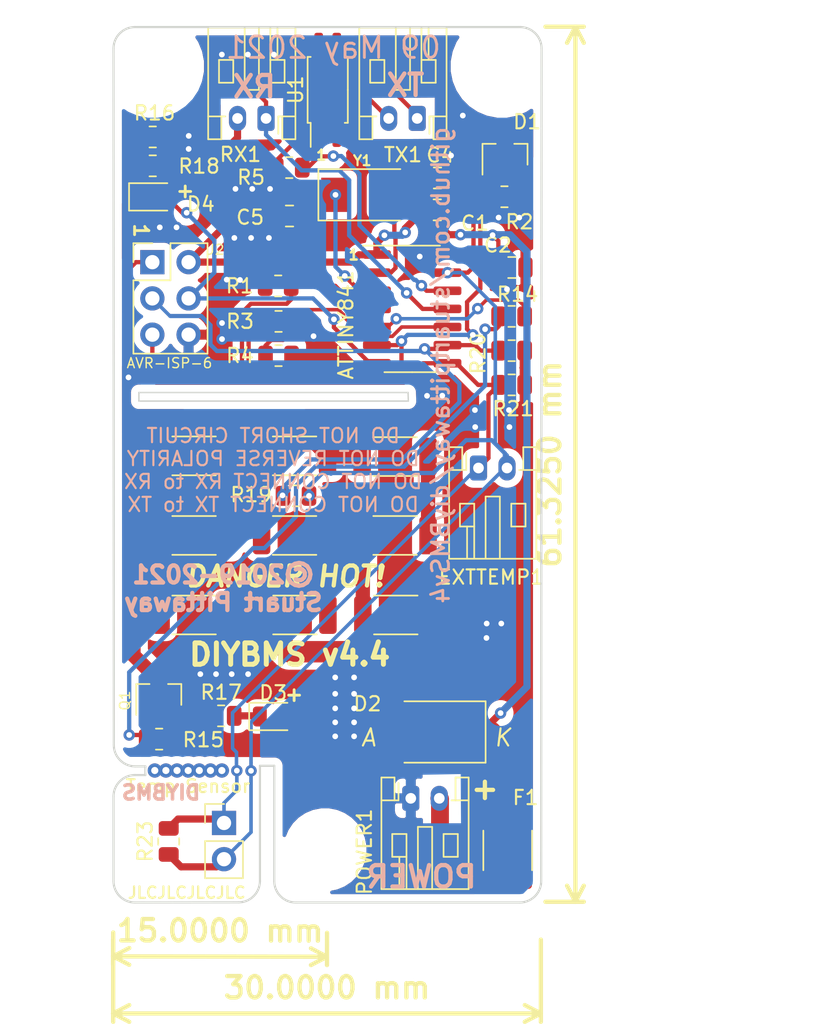
<source format=kicad_pcb>
(kicad_pcb (version 20240108) (generator "pcbnew") (generator_version "8.0")
  (layers (0 "F.Cu" signal) (31 "B.Cu" signal) (34 "B.Paste" user) (35 "F.Paste" user) (36 "B.SilkS" user "B.Silkscreen") (37 "F.SilkS" user "F.Silkscreen") (38 "B.Mask" user) (39 "F.Mask" user) (44 "Edge.Cuts" user))
  (net 0 "")
  (net 1 "GND")
  (net 2 "VCC")
  (net 3 "RXD0")
  (net 4 "ENABLE")
  (net 5 "Net-(R5-Pad1)")
  (net 6 "TXD0")
  (net 7 "Net-(R6-Pad2)")
  (net 8 "Net-(Q1-Pad3)")
  (net 9 "Net-(D3-Pad1)")
  (net 10 "Net-(D4-Pad1)")
  (net 11 "DUMP_LOAD_ENABLE")
  (net 12 "Net-(TX1-Pad1)")
  (net 13 "Net-(TX1-Pad2)")
  (net 14 "Net-(ATTINY841-Pad2)")
  (net 15 "Net-(ATTINY841-Pad3)")
  (net 16 "Net-(ATTINY841-Pad4)")
  (net 17 "Net-(ATTINY841-Pad7)")
  (net 18 "Net-(R22-Pad2)")
  (net 19 "Net-(R24-Pad2)")
  (net 20 "Net-(F1-Pad2)")
  (net 21 "Net-(Q1-Pad1)")
  (net 22 "Net-(ATTINY841-Pad10)")
  (net 23 "VREF")
  (net 24 "SCK")
  (net 25 "MISO")
  (net 26 "Net-(R25-Pad2)")
  (net 27 "Net-(R26-Pad2)")
  (net 28 "Net-(R12-Pad1)")
  (footprint "Package_SO:SOP-4_4.4x2.6mm_P1.27mm" (layer "F.Cu") (at 116.9426 52.3876 90)
    (property "Reference" "U1")
    (property "Value" "EL3H7(B)(TA)-G")
  )
  (footprint "Connector_JST:JST_PH_S2B-PH-K_1x02_P2.00mm_Horizontal" (layer "F.Cu") (at 112.6176 54.3876 180)
    (property "Reference" "RX1")
    (property "Value" "RX Connector")
  )
  (footprint "Mounting_Holes:MountingHole_3.2mm_M3" (layer "F.Cu") (at 104.6676 50.7376)
    (property "Reference" "REF**" (hide yes))
    (property "Value" "MountingHole_3.2mm_M3" (hide yes))
  )
  (footprint "Mounting_Holes:MountingHole_3.2mm_M3" (layer "F.Cu") (at 129.1676 50.7376)
    (property "Reference" "REF**" (hide yes))
    (property "Value" "MountingHole_3.2mm_M3" (hide yes))
  )
  (footprint "Resistor_SMD:R_0805_2012Metric" (layer "F.Cu") (at 104.6676 55.6876 180)
    (property "Reference" "R16")
    (property "Value" "2.2KOHMS")
  )
  (footprint "Resistor_SMD:R_0805_2012Metric" (layer "F.Cu") (at 114.7176 80.8376 180)
    (property "Reference" "R19")
    (property "Value" "CMFB103F3950FANT")
  )
  (footprint "Connector_JST:JST_PH_S2B-PH-K_1x02_P2.00mm_Horizontal" (layer "F.Cu") (at 127.5176 78.8876)
    (property "Reference" "EXTTEMP1")
    (property "Value" "Ext Temp Sensor")
  )
  (footprint "Connector_JST:JST_PH_S2B-PH-K_1x02_P2.00mm_Horizontal" (layer "F.Cu") (at 123.2176 54.3876 180)
    (property "Reference" "TX1")
    (property "Value" "TX Connector")
  )
  (footprint "TO_SOT_Packages_SMD:SOT-23" (layer "F.Cu") (at 105.0926 94.7876 90)
    (property "Reference" "Q1")
    (property "Value" "AO3400A")
  )
  (footprint "LED_SMD:LED_0805_2012Metric" (layer "F.Cu") (at 104.6926 59.8876)
    (property "Reference" "D4")
    (property "Value" "Blue")
  )
  (footprint "LED_SMD:LED_0805_2012Metric" (layer "F.Cu") (at 113.1176 96.3026)
    (property "Reference" "D3")
    (property "Value" "Red")
  )
  (footprint "Package_SO:SOIC-14_3.9x8.7mm_P1.27mm" (layer "F.Cu") (at 122.8676 67.7376)
    (property "Reference" "ATTINY841")
    (property "Value" "ATtiny841-SSU")
  )
  (footprint "Resistor_SMD:R_0805_2012Metric" (layer "F.Cu") (at 129.8426 73.0626)
    (property "Reference" "R21")
    (property "Value" "10KOHMS")
  )
  (footprint "Resistor_SMD:R_0805_2012Metric" (layer "F.Cu") (at 109.4676 96.2576)
    (property "Reference" "R17")
    (property "Value" "2.2KOHMS")
  )
  (footprint "Resistor_SMD:R_0805_2012Metric" (layer "F.Cu") (at 104.6676 57.7126 180)
    (property "Reference" "R18")
    (property "Value" "2.2KOHMS")
  )
  (footprint "Resistor_SMD:R_0805_2012Metric" (layer "F.Cu") (at 114.2426 57.8376)
    (property "Reference" "R5")
    (property "Value" "220 OHMS")
  )
  (footprint "Resistor_SMD:R_0805_2012Metric" (layer "F.Cu") (at 129.8426 70.6626)
    (property "Reference" "R20")
    (property "Value" "10KOHMS")
  )
  (footprint "Package_TO_SOT_SMD:SOT-23" (layer "F.Cu") (at 129.3776 56.9276 90)
    (property "Reference" "D1")
    (property "Value" "AZ432ANTR-E1")
  )
  (footprint "Capacitor_SMD:C_0805_2012Metric" (layer "F.Cu") (at 124.6426 58.5626)
    (property "Reference" "C4")
    (property "Value" "22pF")
  )
  (footprint "Capacitor_SMD:C_0805_2012Metric" (layer "F.Cu") (at 114.2626 61.2276 180)
    (property "Reference" "C5")
    (property "Value" "22pF")
  )
  (footprint "Capacitor_SMD:C_0805_2012Metric" (layer "F.Cu") (at 124.6276 60.7976)
    (property "Reference" "C1")
    (property "Value" "100nF")
  )
  (footprint "Resistor_SMD:R_0805_2012Metric" (layer "F.Cu") (at 129.8426 68.2626)
    (property "Reference" "R14")
    (property "Value" "510OHMS")
  )
  (footprint "Resistor_SMD:R_0805_2012Metric" (layer "F.Cu") (at 113.4926 71.0126)
    (property "Reference" "R4")
    (property "Value" "2.7K")
  )
  (footprint "Resistor_SMD:R_0805_2012Metric" (layer "F.Cu") (at 129.3376 59.8776)
    (property "Reference" "R2")
    (property "Value" "1KOHMS")
  )
  (footprint "Resistor_SMD:R_0805_2012Metric" (layer "F.Cu") (at 113.4926 68.6126)
    (property "Reference" "R3")
    (property "Value" "6.8K")
  )
  (footprint "Resistor_SMD:R_0805_2012Metric" (layer "F.Cu") (at 113.4676 66.1276)
    (property "Reference" "R1")
    (property "Value" "10KOHMS")
  )
  (footprint "Fuse:Fuse_1812_4532Metric" (layer "F.Cu") (at 129.5676 105.6876 -90)
    (property "Reference" "F1")
    (property "Value" "mSMD150")
  )
  (footprint "Resistor_SMD:R_0805_2012Metric" (layer "F.Cu") (at 105.1176 97.8876)
    (property "Reference" "R15")
    (property "Value" "10KOHMS")
  )
  (footprint "Capacitor_SMD:C_0805_2012Metric" (layer "F.Cu") (at 129.8626 64.8376)
    (property "Reference" "C2")
    (property "Value" "1uF")
  )
  (footprint "Resistor_SMD:R_0805_2012Metric" (layer "F.Cu") (at 105.7876 105.0576 90)
    (property "Reference" "R23")
    (property "Value" "CMFB103F3950FANT")
  )
  (footprint "Diode_SMD:D_SMB" (layer "F.Cu") (at 124.4676 97.3876 180)
    (property "Reference" "D2")
    (property "Value" "SMBJ5.0A")
  )
  (footprint "Connector_PinHeader_2.54mm:PinHeader_1x02_P2.54mm_Vertical" (layer "F.Cu") (at 109.6676 103.7626)
    (property "Reference" "REMOTE1" (hide yes))
    (property "Value" "Ext Temp Sensor")
  )
  (footprint "Connector_JST:JST_PH_S2B-PH-K_1x02_P2.00mm_Horizontal" (layer "F.Cu") (at 122.7676 102.0376)
    (property "Reference" "POWER1")
    (property "Value" "Battery")
  )
  (footprint "Mounting_Holes:MountingHole_3.2mm_M3" (layer "F.Cu") (at 116.7576 105.6376)
    (property "Reference" "REF**" (hide yes))
    (property "Value" "MountingHole_3.2mm_M3" (hide yes))
  )
  (footprint "Pin_Headers:Pin_Header_Straight_2x03_Pitch2.54mm" (layer "F.Cu") (at 104.6426 64.4626)
    (property "Reference" "J2")
    (property "Value" "AVR-ISP-6")
  )
  (footprint "Crystals:Crystal_SMD_5032-2pin_5.0x3.2mm" (layer "F.Cu") (at 119.3376 59.7426)
    (property "Reference" "Y1")
    (property "Value" "8MHZ Ceramic Resonator")
  )
  (footprint "Resistor_SMD:R_2010_5025Metric" (layer "F.Cu") (at 107.5676 89.1876 180)
    (property "Reference" "R6" (hide yes))
    (property "Value" "3.3OHM 3/4W")
  )
  (footprint "Resistor_SMD:R_2010_5025Metric" (layer "F.Cu") (at 107.5676 83.6126)
    (property "Reference" "R8" (hide yes))
    (property "Value" "3.3OHM 3/4W")
  )
  (footprint "Resistor_SMD:R_2010_5025Metric" (layer "F.Cu") (at 107.5676 78.0376 180)
    (property "Reference" "R12" (hide yes))
    (property "Value" "3.3OHM 3/4W")
  )
  (footprint "Resistor_SMD:R_2010_5025Metric" (layer "F.Cu") (at 114.6426 89.1876)
    (property "Reference" "R22" (hide yes))
    (property "Value" "3.3OHM 3/4W")
  )
  (footprint "Resistor_SMD:R_2010_5025Metric" (layer "F.Cu") (at 121.7176 89.1876 180)
    (property "Reference" "R24" (hide yes))
    (property "Value" "3.3OHM 3/4W")
  )
  (footprint "Resistor_SMD:R_2010_5025Metric" (layer "F.Cu") (at 114.6176 83.6126 180)
    (property "Reference" "R25" (hide yes))
    (property "Value" "3.3OHM 3/4W")
  )
  (footprint "Resistor_SMD:R_2010_5025Metric" (layer "F.Cu") (at 121.6676 83.6126)
    (property "Reference" "R26" (hide yes))
    (property "Value" "3.3OHM 3/4W")
  )
  (footprint "Resistor_SMD:R_2010_5025Metric" (layer "F.Cu") (at 114.6176 78.0376)
    (property "Reference" "R29" (hide yes))
    (property "Value" "3.3OHM 3/4W")
  )
  (footprint "Resistor_SMD:R_2010_5025Metric" (layer "F.Cu") (at 121.6676 78.0876 180)
    (property "Reference" "R30" (hide yes))
    (property "Value" "3.3OHM 3/4W")
  )
  (gr_line (start 103.4176 47.9876) (end 130.4426 47.9876) (stroke (width 0.15)) (layer "Edge.Cuts"))
  (gr_line (start 131.9426 49.4876) (end 131.9176 107.8376) (stroke (width 0.15)) (layer "Edge.Cuts"))
  (gr_line (start 130.4176 109.3376) (end 114.6926 109.3376) (stroke (width 0.15)) (layer "Edge.Cuts"))
  (gr_arc (start 101.9176 49.4876) (mid 102.35694 48.42694) (end 103.4176 47.9876) (stroke (width 0.15)) (layer "Edge.Cuts"))
  (gr_arc (start 103.4176 109.3376) (mid 102.35694 108.89826) (end 101.9176 107.8376) (stroke (width 0.15)) (layer "Edge.Cuts"))
  (gr_arc (start 131.9176 107.8376) (mid 131.47826 108.89826) (end 130.4176 109.3376) (stroke (width 0.15)) (layer "Edge.Cuts"))
  (gr_line (start 116.7976 74.1976) (end 103.6976 74.1976) (stroke (width 0.1)) (layer "Edge.Cuts"))
  (gr_line (start 122.5976 74.1976) (end 116.7976 74.1976) (stroke (width 0.1)) (layer "Edge.Cuts"))
  (gr_line (start 122.5776 73.5976) (end 122.5976 74.1976) (stroke (width 0.1)) (layer "Edge.Cuts"))
  (gr_line (start 101.9376 98.2976) (end 101.9176 49.4876) (stroke (width 0.15)) (layer "Edge.Cuts"))
  (gr_line (start 112.1876 99.7576) (end 113.1926 99.7576) (stroke (width 0.15)) (layer "Edge.Cuts"))
  (gr_line (start 112.1876 107.8276) (end 112.1876 99.7576) (stroke (width 0.15)) (layer "Edge.Cuts"))
  (gr_arc (start 114.6926 109.3376) (mid 113.63194 108.89826) (end 113.1926 107.8376) (stroke (width 0.15)) (layer "Edge.Cuts"))
  (gr_arc (start 112.1876 107.8276) (mid 111.74826 108.88826) (end 110.6876 109.3276) (stroke (width 0.15)) (layer "Edge.Cuts"))
  (gr_line (start 110.6876 109.3276) (end 103.4176 109.3376) (stroke (width 0.15)) (layer "Edge.Cuts"))
  (gr_arc (start 101.9176 101.9076) (mid 102.35694 100.84694) (end 103.4176 100.4076) (stroke (width 0.15)) (layer "Edge.Cuts"))
  (gr_arc (start 103.4376 99.7976) (mid 102.37694 99.35826) (end 101.9376 98.2976) (stroke (width 0.15)) (layer "Edge.Cuts"))
  (gr_line (start 101.9176 107.8376) (end 101.9176 101.9076) (stroke (width 0.15)) (layer "Edge.Cuts"))
  (gr_line (start 104.1476 100.4076) (end 104.1476 99.7976) (stroke (width 0.15)) (layer "Edge.Cuts"))
  (gr_line (start 104.1476 100.4076) (end 103.4176 100.4076) (stroke (width 0.15)) (layer "Edge.Cuts"))
  (gr_line (start 113.1926 99.7576) (end 113.1926 107.8376) (stroke (width 0.15)) (layer "Edge.Cuts"))
  (gr_line (start 103.6976 73.5976) (end 122.5776 73.5976) (stroke (width 0.1)) (layer "Edge.Cuts"))
  (gr_arc (start 130.4426 47.9876) (mid 131.50326 48.42694) (end 131.9426 49.4876) (stroke (width 0.15)) (layer "Edge.Cuts"))
  (gr_line (start 104.1476 99.7976) (end 103.4376 99.7976) (stroke (width 0.15)) (layer "Edge.Cuts"))
  (gr_line (start 103.6976 74.1976) (end 103.6976 73.5976) (stroke (width 0.1)) (layer "Edge.Cuts"))
  (gr_text "©2019-2021\nStuart Pittaway" (at 109.6176 87.3376 0) (layer "B.SilkS") (effects (font (size 1.2 1.2) (thickness 0.3)) (justify mirror)))
  (gr_text "github.com/stuartpittaway/diyBMSv4" (at 124.8676 71.6876 90) (layer "B.SilkS") (effects (font (size 1.2 1.2) (thickness 0.2)) (justify mirror)))
  (gr_text "09 May 2021" (at 109.6676 49.4276 0) (layer "B.SilkS") (effects (font (size 1.5 1.5) (thickness 0.2)) (justify right mirror)))
  (gr_text "RX" (at 111.7926 52.1626 0) (layer "B.SilkS") (effects (font (size 1.5 1.5) (thickness 0.3)) (justify mirror)))
  (gr_text "TX" (at 122.3926 52.0626 0) (layer "B.SilkS") (effects (font (size 1.5 1.5) (thickness 0.3)) (justify mirror)))
  (gr_text "POWER" (at 123.5176 107.5376 0) (layer "B.SilkS") (effects (font (size 1.5 1.5) (thickness 0.3)) (justify mirror)))
  (gr_text "DO NOT SHORT CIRCUIT\nDO NOT REVERSE POLARITY\nDO NOT CONNECT RX to RX\nDO NOT CONNECT TX to TX" (at 113.1176 79.0376 0) (layer "B.SilkS") (effects (font (size 1 1)) (justify mirror)))
  (gr_text "DIYBMS" (at 102.3676 101.6376 0) (layer "B.SilkS") (effects (font (size 1 1) (thickness 0.25)) (justify right mirror)))
  (gr_text "1" (at 103.8476 62.2476 270) (layer "F.SilkS") (effects (font (size 1 1) (thickness 0.2))))
  (gr_text "DANGER HOT!" (at 113.9676 86.4876 0) (layer "F.SilkS") (effects (font (size 1.4 1.4) (thickness 0.3) (italic yes))))
  (gr_text "1" (at 116.4926 56.9626 0) (layer "F.SilkS") (effects (font (size 0.7 0.7) (thickness 0.175))))
  (gr_text "DIYBMS v4.4" (at 121.5076 91.9676 0) (layer "F.SilkS") (effects (font (size 1.5 1.5) (thickness 0.35)) (justify right)))
  (gr_text "1" (at 118.7676 63.9626 0) (layer "F.SilkS") (effects (font (size 0.7 0.7) (thickness 0.175))))
  (gr_text "JLCJLCJLCJLC" (at 111.2676 108.6476 0) (layer "F.SilkS") (effects (font (size 0.8 0.8)) (justify right)))
  (gr_text "Temp Sensor" (at 102.6926 101.1876 0) (layer "F.SilkS") (effects (font (size 0.9 0.9)) (justify left)))
  (gr_text "+" (at 107.0176 59.5076 270) (layer "F.SilkS") (effects (font (size 1 1) (thickness 0.2))))
  (gr_text "+" (at 114.6576 94.8076 270) (layer "F.SilkS") (effects (font (size 1 1) (thickness 0.2))))
  (gr_text "A" (at 119.8176 97.7876 0) (layer "F.SilkS") (effects (font (size 1.2 1.2) (thickness 0.15) (italic yes))))
  (gr_text "K" (at 129.2376 97.7876 0) (layer "F.SilkS") (effects (font (size 1.2 1.2) (thickness 0.15) (italic yes))))
  (gr_text "+" (at 127.9676 101.3376 0) (layer "F.SilkS") (effects (font (size 1.5 1.5) (thickness 0.3))))
  (dimension (type aligned) (layer "F.SilkS") (pts (xy 131.8926 111.9376) (xy 101.8926 111.9376)) (height -5.175) (gr_text "30.0000 mm" (at 116.8926 115.3126 0) (layer "F.SilkS") (effects (font (size 1.5 1.5) (thickness 0.3)))) (format (prefix "") (suffix "") (units 3) (units_format 1) (precision 4)) (style (thickness 0.3) (arrow_length 1.27) (text_position_mode 0) (extension_height 0.58642) (extension_offset 0) keep_text_aligned))
  (dimension (type aligned) (layer "F.SilkS") (pts (xy 132.2176 109.2876) (xy 132.2176 47.9626)) (height 2.1) (gr_text "61.3250 mm" (at 132.5176 78.6251 90) (layer "F.SilkS") (effects (font (size 1.5 1.5) (thickness 0.3)))) (format (prefix "") (suffix "") (units 3) (units_format 1) (precision 4)) (style (thickness 0.3) (arrow_length 1.27) (text_position_mode 0) (extension_height 0.58642) (extension_offset 0) keep_text_aligned))
  (dimension (type aligned) (layer "F.SilkS") (pts (xy 116.895392 111.462602) (xy 101.895392 111.437602)) (height -1.675) (gr_text "15.0000 mm" (at 109.3956 111.325102 -0.09549287744) (layer "F.SilkS") (effects (font (size 1.5 1.5) (thickness 0.3)))) (format (prefix "") (suffix "") (units 3) (units_format 1) (precision 4)) (style (thickness 0.3) (arrow_length 1.27) (text_position_mode 0) (extension_height 0.58642) (extension_offset 0) keep_text_aligned))
  (via (at 104.810933 100.0876) (size 1) (drill 0.5) (layers "F.Cu" "B.Cu") (net 0))
  (via (at 105.592044 100.0876) (size 1) (drill 0.5) (layers "F.Cu" "B.Cu") (net 0))
  (via (at 106.373155 100.0876) (size 1) (drill 0.5) (layers "F.Cu" "B.Cu") (net 0))
  (via (at 107.154266 100.0876) (size 1) (drill 0.5) (layers "F.Cu" "B.Cu") (net 0))
  (via (at 107.935377 100.0876) (size 1) (drill 0.5) (layers "F.Cu" "B.Cu") (net 0))
  (via (at 108.7176 100.0876) (size 1) (drill 0.5) (layers "F.Cu" "B.Cu") (net 0))
  (via (at 109.5176 100.0876) (size 1) (drill 0.5) (layers "F.Cu" "B.Cu") (net 0))
  (segment (start 106.0301 97.8876) (end 106.0301 95.8001) (width 0.5) (layer "F.Cu") (net 1))
  (segment (start 117.5676 55.5526) (end 117.5826 55.5376) (width 0.3) (layer "F.Cu") (net 1))
  (segment (start 105.5801 55.6876) (end 105.5801 57.7126) (width 0.3) (layer "F.Cu") (net 1))
  (segment (start 106.0301 95.8001) (end 106.0426 95.7876) (width 0.5) (layer "F.Cu") (net 1))
  (via (at 113.1676 49.9126) (size 0.8) (drill 0.4) (layers "F.Cu" "B.Cu") (net 1))
  (via (at 111.6476 59.3276) (size 0.8) (drill 0.4) (layers "F.Cu" "B.Cu") (net 1))
  (via (at 112.8976 59.3276) (size 0.8) (drill 0.4) (layers "F.Cu" "B.Cu") (net 1))
  (via (at 107.1926 55.6126) (size 0.8) (drill 0.4) (layers "F.Cu" "B.Cu") (net 1))
  (via (at 110.4726 59.3276) (size 0.8) (drill 0.4) (layers "F.Cu" "B.Cu") (net 1))
  (via (at 123.9076 73.8276) (size 0.8) (drill 0.4) (layers "F.Cu" "B.Cu") (net 1))
  (via (at 127.2876 76.0176) (size 0.8) (drill 0.4) (layers "F.Cu" "B.Cu") (net 1))
  (via (at 129.6576 74.8276) (size 0.8) (drill 0.4) (layers "F.Cu" "B.Cu") (net 1))
  (via (at 128.0926 89.7876) (size 0.8) (drill 0.4) (layers "F.Cu" "B.Cu") (net 1))
  (via (at 128.0776 90.7976) (size 0.8) (drill 0.4) (layers "F.Cu" "B.Cu") (net 1))
  (via (at 129.1176 89.7876) (size 0.8) (drill 0.4) (layers "F.Cu" "B.Cu") (net 1))
  (via (at 117.4676 97.6926) (size 0.8) (drill 0.4) (layers "F.Cu" "B.Cu") (net 1))
  (via (at 117.4676 96.7126) (size 0.8) (drill 0.4) (layers "F.Cu" "B.Cu") (net 1))
  (via (at 108.0076 93.3326) (size 0.8) (drill 0.4) (layers "F.Cu" "B.Cu") (net 1))
  (via (at 109.1076 93.3326) (size 0.8) (drill 0.4) (layers "F.Cu" "B.Cu") (net 1))
  (via (at 110.2076 93.3326) (size 0.8) (drill 0.4) (layers "F.Cu" "B.Cu") (net 1))
  (via (at 111.3576 93.3326) (size 0.8) (drill 0.4) (layers "F.Cu" "B.Cu") (net 1))
  (via (at 117.4676 95.7326) (size 0.8) (drill 0.4) (layers "F.Cu" "B.Cu") (net 1))
  (via (at 118.7926 96.7126) (size 0.8) (drill 0.4) (layers "F.Cu" "B.Cu") (net 1))
  (via (at 118.7926 97.6926) (size 0.8) (drill 0.4) (layers "F.Cu" "B.Cu") (net 1))
  (via (at 118.7926 95.7326) (size 0.8) (drill 0.4) (layers "F.Cu" "B.Cu") (net 1))
  (via (at 111.5676 62.7626) (size 0.8) (drill 0.4) (layers "F.Cu" "B.Cu") (net 1))
  (via (at 112.8176 62.7626) (size 0.8) (drill 0.4) (layers "F.Cu" "B.Cu") (net 1))
  (via (at 110.3926 62.7626) (size 0.8) (drill 0.4) (layers "F.Cu" "B.Cu") (net 1))
  (via (at 109.5276 69.8526) (size 0.8) (drill 0.4) (layers "F.Cu" "B.Cu") (net 1))
  (via (at 109.5276 68.7276) (size 0.8) (drill 0.4) (layers "F.Cu" "B.Cu") (net 1))
  (via (at 125.5926 56.9876) (size 0.8) (drill 0.4) (layers "F.Cu" "B.Cu") (net 1))
  (via (at 111.3426 49.9126) (size 0.8) (drill 0.4) (layers "F.Cu" "B.Cu") (net 1))
  (via (at 109.5176 49.9126) (size 0.8) (drill 0.4) (layers "F.Cu" "B.Cu") (net 1))
  (via (at 107.1876 56.5276) (size 0.8) (drill 0.4) (layers "F.Cu" "B.Cu") (net 1))
  (via (at 105.1626 62.0226) (size 0.8) (drill 0.4) (layers "F.Cu" "B.Cu") (net 1))
  (via (at 106.3376 62.0226) (size 0.8) (drill 0.4) (layers "F.Cu" "B.Cu") (net 1))
  (via (at 115.9476 69.6476) (size 0.8) (drill 0.4) (layers "F.Cu" "B.Cu") (net 1))
  (via (at 110.7876 65.7076) (size 0.8) (drill 0.4) (layers "F.Cu" "B.Cu") (net 1))
  (via (at 109.8576 65.6876) (size 0.8) (drill 0.4) (layers "F.Cu" "B.Cu") (net 1))
  (via (at 124.9776 73.8176) (size 0.8) (drill 0.4) (layers "F.Cu" "B.Cu") (net 1))
  (via (at 102.9676 72.5376) (size 0.8) (drill 0.4) (layers "F.Cu" "B.Cu") (net 1))
  (via (at 117.4676 94.7126) (size 0.8) (drill 0.4) (layers "F.Cu" "B.Cu") (net 1))
  (via (at 118.7926 94.7126) (size 0.8) (drill 0.4) (layers "F.Cu" "B.Cu") (net 1))
  (via (at 117.4676 93.5626) (size 0.8) (drill 0.4) (layers "F.Cu" "B.Cu") (net 1))
  (via (at 118.7926 93.5626) (size 0.8) (drill 0.4) (layers "F.Cu" "B.Cu") (net 1))
  (via (at 127.2676 74.8276) (size 0.8) (drill 0.4) (layers "F.Cu" "B.Cu") (net 1))
  (via (at 123.3976 64.0676) (size 0.8) (drill 0.4) (layers "F.Cu" "B.Cu") (net 1))
  (via (at 129.6876 76.0176) (size 0.8) (drill 0.4) (layers "F.Cu" "B.Cu") (net 1))
  (via (at 129.5176 66.3576) (size 0.8) (drill 0.4) (layers "F.Cu" "B.Cu") (net 1))
  (via (at 126.4176 54.1876) (size 0.8) (drill 0.4) (layers "F.Cu" "B.Cu") (net 1))
  (via (at 128.9276 61.3376) (size 0.8) (drill 0.4) (layers "F.Cu" "B.Cu") (net 1))
  (via (at 130.3776 61.3376) (size 0.8) (drill 0.4) (layers "F.Cu" "B.Cu") (net 1))
  (segment (start 120.1676 63.9276) (end 120.3926 63.9276) (width 0.5) (layer "F.Cu") (net 2))
  (segment (start 108.384681 64.4626) (end 107.1826 64.4626) (width 0.3) (layer "F.Cu") (net 2))
  (segment (start 110.6176 55.7376) (end 110.6176 54.3876) (width 0.5) (layer "F.Cu") (net 2))
  (segment (start 124.0301 89.1876) (end 124.1676 89.3251) (width 1.5) (layer "F.Cu") (net 2))
  (segment (start 123.6776 60.7976) (end 125.4176 62.5376) (width 0.5) (layer "F.Cu") (net 2))
  (segment (start 125.4176 62.5376) (end 126.2576 62.5376) (width 0.5) (layer "F.Cu") (net 2))
  (segment (start 122.94259 91.76261) (end 114.24261 91.76261) (width 1.5) (layer "F.Cu") (net 2))
  (segment (start 128.3676 97.3876) (end 126.6176 97.3876) (width 1.5) (layer "F.Cu") (net 2))
  (segment (start 128.9126 62.9726) (end 128.5076 62.5676) (width 0.3) (layer "F.Cu") (net 2))
  (segment (start 123.6776 60.7976) (end 122.3776 62.0976) (width 0.5) (layer "F.Cu") (net 2))
  (segment (start 128.9126 64.8376) (end 128.9126 62.9726) (width 0.3) (layer "F.Cu") (net 2))
  (segment (start 112.5551 66.1276) (end 112.5551 64.5601) (width 0.3) (layer "F.Cu") (net 2))
  (segment (start 129.5676 98.5876) (end 128.3676 97.3876) (width 1.5) (layer "F.Cu") (net 2))
  (segment (start 124.1676 93.0626) (end 126.6426 95.5376) (width 1.5) (layer "F.Cu") (net 2))
  (segment (start 126.6176 97.3876) (end 127.7426 97.3876) (width 0.5) (layer "F.Cu") (net 2))
  (segment (start 122.3776 62.0976) (end 122.3776 62.3776) (width 0.5) (layer "F.Cu") (net 2))
  (segment (start 120.3926 63.102588) (end 120.917588 62.5776) (width 0.5) (layer "F.Cu") (net 2))
  (segment (start 124.1676 89.3251) (end 124.1676 93.0626) (width 1.5) (layer "F.Cu") (net 2))
  (segment (start 126.6176 98.7876) (end 126.6176 97.3876) (width 0.3) (layer "F.Cu") (net 2))
  (segment (start 119.4676 98.8876) (end 120.2176 99.6376) (width 0.3) (layer "F.Cu") (net 2))
  (segment (start 107.1826 64.4626) (end 107.6576 63.9876) (width 0.5) (layer "F.Cu") (net 2))
  (segment (start 120.3726 63.9476) (end 119.1276 63.9476) (width 0.5) (layer "F.Cu") (net 2))
  (segment (start 124.0301 89.1876) (end 124.0301 90.6751) (width 1.5) (layer "F.Cu") (net 2))
  (segment (start 120.2176 99.6376) (end 125.7676 99.6376) (width 0.3) (layer "F.Cu") (net 2))
  (segment (start 127.7426 97.3876) (end 129.0676 96.0626) (width 0.5) (layer "F.Cu") (net 2))
  (segment (start 120.3926 63.9276) (end 120.3926 63.102588) (width 0.5) (layer "F.Cu") (net 2))
  (segment (start 109.5176 62.1276) (end 109.5176 56.8376) (width 0.5) (layer "F.Cu") (net 2))
  (segment (start 120.3926 63.9276) (end 120.3726 63.9476) (width 0.5) (layer "F.Cu") (net 2))
  (segment (start 117.1176 98.8876) (end 119.4676 98.8876) (width 0.3) (layer "F.Cu") (net 2))
  (segment (start 107.1876 64.4576) (end 107.1826 64.4626) (width 0.5) (layer "F.Cu") (net 2))
  (segment (start 125.7676 99.6376) (end 126.6176 98.7876) (width 0.3) (layer "F.Cu") (net 2))
  (segment (start 112.5551 64.5601) (end 112.6576 64.4576) (width 0.3) (layer "F.Cu") (net 2))
  (segment (start 114.0551 96.3026) (end 114.5326 96.3026) (width 0.3) (layer "F.Cu") (net 2))
  (segment (start 118.6176 64.4576) (end 112.6576 64.4576) (width 0.5) (layer "F.Cu") (net 2))
  (segment (start 112.3301 89.1876) (end 109.8801 89.1876) (width 1.5) (layer "F.Cu") (net 2))
  (segment (start 114.24261 91.76261) (end 112.3301 89.8501) (width 1.5) (layer "F.Cu") (net 2))
  (segment (start 112.6576 64.4576) (end 107.1876 64.4576) (width 0.5) (layer "F.Cu") (net 2))
  (segment (start 109.5176 56.8376) (end 110.6176 55.7376) (width 0.5) (layer "F.Cu") (net 2))
  (segment (start 112.3301 89.8501) (end 112.3301 89.1876) (width 1.5) (layer "F.Cu") (net 2))
  (segment (start 119.1276 63.9476) (end 118.6176 64.4576) (width 0.5) (layer "F.Cu") (net 2))
  (segment (start 126.6426 97.3626) (end 126.6176 97.3876) (width 1.5) (layer "F.Cu") (net 2))
  (segment (start 114.5326 96.3026) (end 117.1176 98.8876) (width 0.3) (layer "F.Cu") (net 2))
  (segment (start 107.1826 64.4626) (end 109.5176 62.1276) (width 0.5) (layer "F.Cu") (net 2))
  (segment (start 126.6426 95.5376) (end 126.6426 97.3626) (width 1.5) (layer "F.Cu") (net 2))
  (segment (start 129.5676 103.5501) (end 129.5676 98.5876) (width 1.5) (layer "F.Cu") (net 2))
  (segment (start 124.0301 90.6751) (end 122.94259 91.76261) (width 1.5) (layer "F.Cu") (net 2))
  (via (at 128.5076 62.5676) (size 0.8) (drill 0.4) (layers "F.Cu" "B.Cu") (net 2))
  (via (at 129.0676 96.0626) (size 0.8) (drill 0.4) (layers "F.Cu" "B.Cu") (net 2))
  (via (at 120.917588 62.5776) (size 0.8) (drill 0.4) (layers "F.Cu" "B.Cu") (net 2))
  (via (at 122.3776 62.3776) (size 0.8) (drill 0.4) (layers "F.Cu" "B.Cu") (net 2))
  (via (at 126.2576 62.5376) (size 0.8) (drill 0.4) (layers "F.Cu" "B.Cu") (net 2))
  (segment (start 129.0676 96.0626) (end 130.9176 94.2126) (width 0.5) (layer "B.Cu") (net 2))
  (segment (start 126.2176 62.5776) (end 126.2576 62.5376) (width 0.5) (layer "B.Cu") (net 2))
  (segment (start 122.1776 62.5776) (end 122.3776 62.3776) (width 0.5) (layer "B.Cu") (net 2))
  (segment (start 130.9176 94.2126) (end 130.9176 63.7176) (width 0.5) (layer "B.Cu") (net 2))
  (segment (start 129.7376 62.5376) (end 126.2576 62.5376) (width 0.5) (layer "B.Cu") (net 2))
  (segment (start 120.917588 62.5776) (end 122.1776 62.5776) (width 0.5) (layer "B.Cu") (net 2))
  (segment (start 130.9176 63.7176) (end 129.7376 62.5376) (width 0.5) (layer "B.Cu") (net 2))
  (segment (start 112.0676 52.6876) (end 108.2176 52.6876) (width 0.3) (layer "F.Cu") (net 3))
  (segment (start 108.2176 52.6876) (end 106.3676 54.5376) (width 0.3) (layer "F.Cu") (net 3))
  (segment (start 106.3676 54.5376) (end 104.2051 54.5376) (width 0.3) (layer "F.Cu") (net 3))
  (segment (start 125.5676 67.7376) (end 123.5976 67.7376) (width 0.3) (layer "F.Cu") (net 3))
  (segment (start 112.6176 54.3876) (end 112.6176 53.2376) (width 0.3) (layer "F.Cu") (net 3))
  (segment (start 104.2051 54.5376) (end 103.7551 54.9876) (width 0.3) (layer "F.Cu") (net 3))
  (segment (start 123.5976 67.7376) (end 122.4776 66.6176) (width 0.3) (layer "F.Cu") (net 3))
  (segment (start 112.6176 53.2376) (end 112.0676 52.6876) (width 0.3) (layer "F.Cu") (net 3))
  (segment (start 103.7551 54.9876) (end 103.7551 55.6876) (width 0.3) (layer "F.Cu") (net 3))
  (via (at 122.4776 66.6176) (size 0.8) (drill 0.4) (layers "F.Cu" "B.Cu") (net 3))
  (segment (start 117.7576 58.0276) (end 118.4476 58.7176) (width 0.3) (layer "B.Cu") (net 3))
  (segment (start 112.6176 55.5376) (end 115.1076 58.0276) (width 0.3) (layer "B.Cu") (net 3))
  (segment (start 115.1076 58.0276) (end 117.7576 58.0276) (width 0.3) (layer "B.Cu") (net 3))
  (segment (start 118.4476 58.7176) (end 118.4476 62.5876) (width 0.3) (layer "B.Cu") (net 3))
  (segment (start 118.4476 62.5876) (end 122.4776 66.6176) (width 0.3) (layer "B.Cu") (net 3))
  (segment (start 112.6176 54.3876) (end 112.6176 55.5376) (width 0.3) (layer "B.Cu") (net 3))
  (segment (start 127.9126 59.8776) (end 127.6476 60.1426) (width 0.3) (layer "F.Cu") (net 4))
  (segment (start 112.7426 68.6126) (end 112.1926 68.6126) (width 0.3) (layer "F.Cu") (net 4))
  (segment (start 112.5801 68.6126) (end 112.0676 68.6126) (width 0.3) (layer "F.Cu") (net 4))
  (segment (start 120.3926 70.2776) (end 121.82759 70.2776) (width 0.3) (layer "F.Cu") (net 4))
  (segment (start 112.0676 68.6126) (end 111.3926 69.2876) (width 0.3) (layer "F.Cu") (net 4))
  (segment (start 121.6476 72.4576) (end 122.1176 71.9876) (width 0.3) (layer "F.Cu") (net 4))
  (segment (start 127.6476 66.321598) (end 126.717601 67.251597) (width 0.3) (layer "F.Cu") (net 4))
  (segment (start 126.717601 67.251597) (end 126.717601 69.157601) (width 0.3) (layer "F.Cu") (net 4))
  (segment (start 111.3926 72.2376) (end 111.6126 72.4576) (width 0.3) (layer "F.Cu") (net 4))
  (segment (start 121.82759 70.2776) (end 122.1176 69.98759) (width 0.3) (layer "F.Cu") (net 4))
  (segment (start 111.6126 72.4576) (end 121.6476 72.4576) (width 0.3) (layer "F.Cu") (net 4))
  (segment (start 128.4251 59.8776) (end 127.9126 59.8776) (width 0.3) (layer "F.Cu") (net 4))
  (segment (start 127.6476 60.1426) (end 127.6476 66.321598) (width 0.3) (layer "F.Cu") (net 4))
  (segment (start 111.3926 69.2876) (end 111.3926 72.2376) (width 0.3) (layer "F.Cu") (net 4))
  (segment (start 122.1176 71.9876) (end 122.1176 69.98759) (width 0.3) (layer "F.Cu") (net 4))
  (segment (start 126.717601 69.157601) (end 127.1176 69.5576) (width 0.3) (layer "F.Cu") (net 4))
  (via (at 127.1176 69.5576) (size 0.8) (drill 0.4) (layers "F.Cu" "B.Cu") (net 4))
  (via (at 122.1176 69.98759) (size 0.8) (drill 0.4) (layers "F.Cu" "B.Cu") (net 4))
  (segment (start 127.1176 69.5576) (end 122.54759 69.5576) (width 0.3) (layer "B.Cu") (net 4))
  (segment (start 122.54759 69.5576) (end 122.1176 69.98759) (width 0.3) (layer "B.Cu") (net 4))
  (segment (start 116.3026 55.5376) (end 115.1426 55.5376) (width 0.3) (layer "F.Cu") (net 5))
  (segment (start 115.1426 55.5376) (end 113.3301 57.3501) (width 0.3) (layer "F.Cu") (net 5))
  (segment (start 113.3301 57.3501) (end 113.3301 57.8376) (width 0.3) (layer "F.Cu") (net 5))
  (segment (start 115.1551 57.8376) (end 115.5476 57.8376) (width 0.3) (layer "F.Cu") (net 6))
  (segment (start 117.3176 57.0476) (end 117.3376 57.0276) (width 0.3) (layer "F.Cu") (net 6))
  (segment (start 125.5676 66.4676) (end 125.361915 66.4676) (width 0.3) (layer "F.Cu") (net 6))
  (segment (start 115.5476 57.8376) (end 116.3376 57.0476) (width 0.3) (layer "F.Cu") (net 6))
  (segment (start 125.3426 66.4676) (end 123.8776 66.4676) (width 0.3) (layer "F.Cu") (net 6))
  (segment (start 116.3376 57.0476) (end 117.3176 57.0476) (width 0.3) (layer "F.Cu") (net 6))
  (segment (start 123.8776 66.4676) (end 123.5176 66.1076) (width 0.3) (layer "F.Cu") (net 6))
  (via (at 117.3376 57.0276) (size 0.8) (drill 0.4) (layers "F.Cu" "B.Cu") (net 6))
  (via (at 123.5176 66.1076) (size 0.8) (drill 0.4) (layers "F.Cu" "B.Cu") (net 6))
  (segment (start 117.904011 57.0276) (end 117.3376 57.0276) (width 0.3) (layer "B.Cu") (net 6))
  (segment (start 123.011585 65.707601) (end 119.167599 61.863615) (width 0.3) (layer "B.Cu") (net 6))
  (segment (start 123.5176 66.1076) (end 123.117601 65.707601) (width 0.3) (layer "B.Cu") (net 6))
  (segment (start 123.117601 65.707601) (end 123.011585 65.707601) (width 0.3) (layer "B.Cu") (net 6))
  (segment (start 119.167599 58.291188) (end 117.904011 57.0276) (width 0.3) (layer "B.Cu") (net 6))
  (segment (start 119.167599 61.863615) (end 119.167599 58.291188) (width 0.3) (layer "B.Cu") (net 6))
  (segment (start 105.2551 83.6126) (end 105.2551 89.1876) (width 1) (layer "F.Cu") (net 7))
  (segment (start 114.60509 75.71259) (end 107.58011 75.71259) (width 1) (layer "F.Cu") (net 8))
  (segment (start 119.3551 78.0876) (end 116.9801 78.0876) (width 1) (layer "F.Cu") (net 8))
  (segment (start 103.3176 92.0126) (end 105.0926 93.7876) (width 1) (layer "F.Cu") (net 8))
  (segment (start 107.58011 75.71259) (end 105.8676 77.4251) (width 1) (layer "F.Cu") (net 8))
  (segment (start 105.8676 77.4251) (end 105.2551 78.0376) (width 1) (layer "F.Cu") (net 8))
  (segment (start 116.9301 78.0376) (end 114.60509 75.71259) (width 1) (layer "F.Cu") (net 8))
  (segment (start 105.2551 78.0376) (end 103.3176 79.9751) (width 1) (layer "F.Cu") (net 8))
  (segment (start 108.5551 96.2576) (end 108.5551 96.0751) (width 0.5) (layer "F.Cu") (net 8))
  (segment (start 108.5551 96.0751) (end 106.2676 93.7876) (width 0.5) (layer "F.Cu") (net 8))
  (segment (start 116.9801 78.0876) (end 116.9301 78.0376) (width 1) (layer "F.Cu") (net 8))
  (segment (start 106.2676 93.7876) (end 105.0926 93.7876) (width 0.5) (layer "F.Cu") (net 8))
  (segment (start 103.3176 79.9751) (end 103.3176 92.0126) (width 1) (layer "F.Cu") (net 8))
  (segment (start 110.3801 96.2576) (end 112.1351 96.2576) (width 0.5) (layer "F.Cu") (net 9))
  (segment (start 112.1351 96.2576) (end 112.1801 96.3026) (width 0.5) (layer "F.Cu") (net 9))
  (segment (start 103.7551 57.7126) (end 103.7551 59.8876) (width 0.3) (layer "F.Cu") (net 10))
  (segment (start 128.062709 67.1176) (end 127.46285 67.717459) (width 0.25) (layer "F.Cu") (net 11))
  (segment (start 121.1676 69.0076) (end 121.7476 68.4276) (width 0.25) (layer "F.Cu") (net 11))
  (segment (start 120.1676 69.0076) (end 121.1676 69.0076) (width 0.25) (layer "F.Cu") (net 11))
  (segment (start 130.3101 67.1176) (end 128.062709 67.1176) (width 0.25) (layer "F.Cu") (net 11))
  (segment (start 130.7551 68.2626) (end 130.7551 67.5626) (width 0.25) (layer "F.Cu") (net 11))
  (segment (start 130.7551 67.5626) (end 130.3101 67.1176) (width 0.25) (layer "F.Cu") (net 11))
  (via (at 121.7476 68.4276) (size 0.8) (drill 0.4) (layers "F.Cu" "B.Cu") (net 11))
  (via (at 127.46285 67.717459) (size 0.8) (drill 0.4) (layers "F.Cu" "B.Cu") (net 11))
  (segment (start 121.7476 68.4276) (end 126.752709 68.4276) (width 0.25) (layer "B.Cu") (net 11))
  (segment (start 126.752709 68.4276) (end 127.46285 67.717459) (width 0.25) (layer "B.Cu") (net 11))
  (segment (start 123.2176 54.1376) (end 118.3176 49.2376) (width 0.3) (layer "F.Cu") (net 12))
  (segment (start 123.2176 54.3876) (end 123.2176 54.1376) (width 0.3) (layer "F.Cu") (net 12))
  (segment (start 118.3176 49.2376) (end 117.5826 49.2376) (width 0.3) (layer "F.Cu") (net 12))
  (segment (start 116.3026 50.5976) (end 116.3026 49.2376) (width 0.3) (layer "F.Cu") (net 13))
  (segment (start 121.2176 54.3876) (end 117.7676 50.9376) (width 0.3) (layer "F.Cu") (net 13))
  (segment (start 117.7676 50.9376) (end 116.6426 50.9376) (width 0.3) (layer "F.Cu") (net 13))
  (segment (start 116.6426 50.9376) (end 116.3026 50.5976) (width 0.3) (layer "F.Cu") (net 13))
  (segment (start 121.617598 62.713602) (end 121.697598 62.793602) (width 0.3) (layer "F.Cu") (net 14))
  (segment (start 123.6926 58.7126) (end 122.6626 59.7426) (width 0.3) (layer "F.Cu") (net 14))
  (segment (start 123.6926 58.5626) (end 123.6926 58.7126) (width 0.3) (layer "F.Cu") (net 14))
  (segment (start 121.3676 65.1976) (end 120.3926 65.1976) (width 0.3) (layer "F.Cu") (net 14))
  (segment (start 121.1876 61.2426) (end 121.617598 61.672598) (width 0.3) (layer "F.Cu") (net 14))
  (segment (start 121.697598 62.793602) (end 121.697598 64.867602) (width 0.3) (layer "F.Cu") (net 14))
  (segment (start 121.617598 61.672598) (end 121.617598 62.713602) (width 0.3) (layer "F.Cu") (net 14))
  (segment (start 122.6626 59.7426) (end 121.1876 59.7426) (width 0.3) (layer "F.Cu") (net 14))
  (segment (start 121.697598 64.867602) (end 121.3676 65.1976) (width 0.3) (layer "F.Cu") (net 14))
  (segment (start 121.1876 59.7426) (end 121.1876 61.2426) (width 0.3) (layer "F.Cu") (net 14))
  (segment (start 117.4876 59.9426) (end 117.4876 59.7426) (width 0.3) (layer "F.Cu") (net 15))
  (segment (start 120.3926 66.4676) (end 119.1776 66.4676) (width 0.3) (layer "F.Cu") (net 15))
  (segment (start 116.0026 61.2276) (end 116.0176 61.2426) (width 0.3) (layer "F.Cu") (net 15))
  (segment (start 119.1776 66.4676) (end 118.1376 65.4276) (width 0.3) (layer "F.Cu") (net 15))
  (segment (start 116.1876 61.2426) (end 117.4876 59.9426) (width 0.3) (layer "F.Cu") (net 15))
  (segment (start 116.0176 61.2426) (end 116.1876 61.2426) (width 0.3) (layer "F.Cu") (net 15))
  (segment (start 115.2126 61.2276) (end 116.0026 61.2276) (width 0.3) (layer "F.Cu") (net 15))
  (via (at 118.1376 65.4276) (size 0.8) (drill 0.4) (layers "F.Cu" "B.Cu") (net 15))
  (via (at 117.4876 59.7426) (size 0.8) (drill 0.4) (layers "F.Cu" "B.Cu") (net 15))
  (segment (start 117.4876 64.7776) (end 118.1376 65.4276) (width 0.3) (layer "B.Cu") (net 15))
  (segment (start 117.4876 59.7426) (end 117.4876 64.7776) (width 0.3) (layer "B.Cu") (net 15))
  (segment (start 104.6426 69.5426) (end 104.6426 71.9126) (width 0.3) (layer "F.Cu") (net 16))
  (segment (start 114.3801 67.0651) (end 114.3801 66.1276) (width 0.3) (layer "F.Cu") (net 16))
  (segment (start 104.6426 71.9126) (end 105.1176 72.3876) (width 0.3) (layer "F.Cu") (net 16))
  (segment (start 110.9276 71.9576) (end 110.9276 67.9976) (width 0.3) (layer "F.Cu") (net 16))
  (segment (start 114.0676 67.3776) (end 114.3801 67.0651) (width 0.3) (layer "F.Cu") (net 16))
  (segment (start 117.4776 66.1276) (end 118.9276 67.5776) (width 0.3) (layer "F.Cu") (net 16))
  (segment (start 110.4976 72.3876) (end 110.9276 71.9576) (width 0.3) (layer "F.Cu") (net 16))
  (segment (start 105.1176 72.3876) (end 110.4976 72.3876) (width 0.3) (layer "F.Cu") (net 16))
  (segment (start 110.9276 67.9976) (end 111.5476 67.3776) (width 0.3) (layer "F.Cu") (net 16))
  (segment (start 114.3801 66.1276) (end 117.4776 66.1276) (width 0.3) (layer "F.Cu") (net 16))
  (segment (start 120.0076 67.5776) (end 120.1676 67.7376) (width 0.3) (layer "F.Cu") (net 16))
  (segment (start 111.5476 67.3776) (end 114.0676 67.3776) (width 0.3) (layer "F.Cu") (net 16))
  (segment (start 118.9276 67.5776) (end 120.0076 67.5776) (width 0.3) (layer "F.Cu") (net 16))
  (segment (start 117.3776 69.033285) (end 117.3776 68.4676) (width 0.3) (layer "F.Cu") (net 17))
  (segment (start 119.891915 71.5476) (end 117.3776 69.033285) (width 0.3) (layer "F.Cu") (net 17))
  (segment (start 106.7401 60.9976) (end 107.0476 60.9976) (width 0.3) (layer "F.Cu") (net 17))
  (segment (start 120.1676 71.5476) (end 119.891915 71.5476) (width 0.3) (layer "F.Cu") (net 17))
  (segment (start 105.6301 59.8876) (end 106.7401 60.9976) (width 0.3) (layer "F.Cu") (net 17))
  (via (at 107.0476 60.9976) (size 0.8) (drill 0.4) (layers "F.Cu" "B.Cu") (net 17))
  (via (at 117.3776 68.4676) (size 0.8) (drill 0.4) (layers "F.Cu" "B.Cu") (net 17))
  (segment (start 108.9876 62.9376) (end 107.0476 60.9976) (width 0.3) (layer "B.Cu") (net 17))
  (segment (start 107.1826 67.0026) (end 115.9126 67.0026) (width 0.3) (layer "B.Cu") (net 17))
  (segment (start 115.9126 67.0026) (end 117.3776 68.4676) (width 0.3) (layer "B.Cu") (net 17))
  (segment (start 107.1826 67.0026) (end 108.9876 65.1976) (width 0.3) (layer "B.Cu") (net 17))
  (segment (start 108.9876 65.1976) (end 108.9876 62.9376) (width 0.3) (layer "B.Cu") (net 17))
  (segment (start 116.9301 89.1626) (end 116.9551 89.1876) (width 1) (layer "F.Cu") (net 18))
  (segment (start 116.9301 83.6126) (end 116.9301 89.1626) (width 1) (layer "F.Cu") (net 18))
  (segment (start 119.4051 83.6626) (end 119.3551 83.6126) (width 1) (layer "F.Cu") (net 19))
  (segment (start 119.4051 89.1876) (end 119.4051 83.6626) (width 1) (layer "F.Cu") (net 19))
  (segment (start 124.8176 104.4876) (end 124.8176 102.0876) (width 1.25) (layer "F.Cu") (net 20))
  (segment (start 124.8176 102.0876) (end 124.7676 102.0376) (width 1.25) (layer "F.Cu") (net 20))
  (segment (start 128.1551 107.8251) (end 124.8176 104.4876) (width 1.25) (layer "F.Cu") (net 20))
  (segment (start 129.5676 107.8251) (end 128.1551 107.8251) (width 1.25) (layer "F.Cu") (net 20))
  (segment (start 128.9301 68.9626) (end 128.734147 69.158553) (width 0.3) (layer "F.Cu") (net 21))
  (segment (start 104.2051 95.8501) (end 104.1426 95.7876) (width 0.5) (layer "F.Cu") (net 21))
  (segment (start 104.2051 97.8876) (end 104.2051 95.8501) (width 0.5) (layer "F.Cu") (net 21))
  (segment (start 103.0176 97.5976) (end 103.9151 97.5976) (width 0.3) (layer "F.Cu") (net 21))
  (segment (start 128.9301 68.2626) (end 128.9301 68.9626) (width 0.3) (layer "F.Cu") (net 21))
  (segment (start 103.9151 97.5976) (end 104.2051 97.8876) (width 0.3) (layer "F.Cu") (net 21))
  (segment (start 128.734147 69.158553) (end 127.979739 69.158553) (width 0.3) (layer "F.Cu") (net 21))
  (via (at 127.979739 69.158553) (size 0.8) (drill 0.4) (layers "F.Cu" "B.Cu") (net 21))
  (via (at 103.0176 97.5976) (size 0.8) (drill 0.4) (layers "F.Cu" "B.Cu") (net 21))
  (segment (start 122.304022 78.787589) (end 127.979739 73.111872) (width 0.3) (layer "B.Cu") (net 21))
  (segment (start 114.7176 80.8876) (end 114.7176 80.1376) (width 0.3) (layer "B.Cu") (net 21))
  (segment (start 127.979739 73.111872) (end 127.979739 69.724238) (width 0.3) (layer "B.Cu") (net 21))
  (segment (start 103.0176 97.5976) (end 103.0176 93.201596) (width 0.3) (layer "B.Cu") (net 21))
  (segment (start 103.0176 93.201596) (end 111.7176 84.501596) (width 0.3) (layer "B.Cu") (net 21))
  (segment (start 127.979739 69.724238) (end 127.979739 69.158553) (width 0.3) (layer "B.Cu") (net 21))
  (segment (start 111.7176 84.501596) (end 112.503604 84.501596) (width 0.3) (layer "B.Cu") (net 21))
  (segment (start 114.7176 82.2876) (end 114.7176 80.8876) (width 0.3) (layer "B.Cu") (net 21))
  (segment (start 114.7176 80.1376) (end 116.067611 78.787589) (width 0.3) (layer "B.Cu") (net 21))
  (segment (start 116.067611 78.787589) (end 122.304022 78.787589) (width 0.3) (layer "B.Cu") (net 21))
  (segment (start 112.503604 84.501596) (end 114.7176 82.2876) (width 0.3) (layer "B.Cu") (net 21))
  (segment (start 114.4051 67.9126) (end 114.4051 68.6126) (width 0.25) (layer "F.Cu") (net 22))
  (segment (start 112.5801 70.3126) (end 112.9801 69.9126) (width 0.3) (layer "F.Cu") (net 22))
  (segment (start 114.4051 69.3126) (end 114.4051 68.6126) (width 0.3) (layer "F.Cu") (net 22))
  (segment (start 112.9801 69.9126) (end 113.8051 69.9126) (width 0.3) (layer "F.Cu") (net 22))
  (segment (start 112.5801 71.0126) (end 112.5801 70.3126) (width 0.3) (layer "F.Cu") (net 22))
  (segment (start 118.052601 68.263599) (end 118.052601 68.143599) (width 0.25) (layer "F.Cu") (net 22))
  (segment (start 113.8051 69.9126) (end 114.4051 69.3126) (width 0.3) (layer "F.Cu") (net 22))
  (segment (start 117.701601 67.792599) (end 114.525101 67.792599) (width 0.25) (layer "F.Cu") (net 22))
  (segment (start 122.128588 69.0076) (end 121.478588 69.6576) (width 0.25) (layer "F.Cu") (net 22))
  (segment (start 118.052601 68.143599) (end 117.701601 67.792599) (width 0.25) (layer "F.Cu") (net 22))
  (segment (start 119.446602 69.6576) (end 118.052601 68.263599) (width 0.25) (layer "F.Cu") (net 22))
  (segment (start 121.478588 69.6576) (end 119.446602 69.6576) (width 0.25) (layer "F.Cu") (net 22))
  (segment (start 125.5676 69.0076) (end 122.128588 69.0076) (width 0.25) (layer "F.Cu") (net 22))
  (segment (start 114.525101 67.792599) (end 114.4051 67.9126) (width 0.25) (layer "F.Cu") (net 22))
  (segment (start 125.3426 65.1976) (end 126.7676 65.1976) (width 0.3) (layer "F.Cu") (net 23))
  (segment (start 106.6551 106.8376) (end 109.1326 106.8376) (width 0.5) (layer "F.Cu") (net 23))
  (segment (start 130.3276 57.9276) (end 130.3276 59.8001) (width 0.3) (layer "F.Cu") (net 23))
  (segment (start 105.7876 105.9701) (end 106.6551 106.8376) (width 0.5) (layer "F.Cu") (net 23))
  (segment (start 127.1676 64.7976) (end 127.1676 58.4876) (width 0.3) (layer "F.Cu") (net 23))
  (segment (start 125.5676 65.1976) (end 125.001188 65.1976) (width 0.3) (layer "F.Cu") (net 23))
  (segment (start 127.7276 57.9276) (end 128.4276 57.9276) (width 0.3) (layer "F.Cu") (net 23))
  (segment (start 109.1326 106.8376) (end 109.6676 106.3026) (width 0.5) (layer "F.Cu") (net 23))
  (segment (start 126.7676 65.1976) (end 127.1676 64.7976) (width 0.3) (layer "F.Cu") (net 23))
  (segment (start 127.1676 58.4876) (end 127.7276 57.9276) (width 0.3) (layer "F.Cu") (net 23))
  (segment (start 130.3276 59.8001) (end 130.2501 59.8776) (width 0.3) (layer "F.Cu") (net 23))
  (segment (start 128.4276 57.9276) (end 130.3276 57.9276) (width 0.3) (layer "F.Cu") (net 23))
  (via (at 111.562588 100.1076) (size 0.8) (drill 0.4) (layers "F.Cu" "B.Cu") (net 23))
  (via (at 115.6301 80.837586) (size 0.8) (drill 0.4) (layers "F.Cu" "B.Cu") (net 23))
  (via (at 125.3426 65.1976) (size 0.8) (drill 0.4) (layers "F.Cu" "B.Cu") (net 23))
  (segment (start 129.3676 77.8576) (end 129.3676 78.8876) (width 0.3) (layer "B.Cu") (net 23))
  (segment (start 109.6676 106.3026) (end 111.562588 104.407612) (width 0.25) (layer "B.Cu") (net 23))
  (segment (start 116.5676 79.2376) (end 115.6301 80.1751) (width 0.3) (layer "B.Cu") (net 23))
  (segment (start 129.5176 78.8876) (end 129.5176 77.9876) (width 0.25) (layer "B.Cu") (net 23))
  (segment (start 124.3476 79.2376) (end 117.2176 79.2376) (width 0.3) (layer "B.Cu") (net 23))
  (segment (start 117.230086 79.2376) (end 116.5676 79.2376) (width 0.3) (layer "B.Cu") (net 23))
  (segment (start 126.6576 76.9376) (end 128.4476 76.9376) (width 0.3) (layer "B.Cu") (net 23))
  (segment (start 126.6476 76.9376) (end 124.3476 79.2376) (width 0.3) (layer "B.Cu") (net 23))
  (segment (start 128.4476 76.9376) (end 129.3676 77.8576) (width 0.3) (layer "B.Cu") (net 23))
  (segment (start 111.562588 99.541915) (end 111.562588 100.1076) (width 0.25) (layer "B.Cu") (net 23))
  (segment (start 111.562588 104.407612) (end 111.562588 100.1076) (width 0.25) (layer "B.Cu") (net 23))
  (segment (start 129.5176 77.9876) (end 128.6976 77.1676) (width 0.25) (layer "B.Cu") (net 23))
  (segment (start 111.562588 96.692612) (end 111.562588 99.541915) (width 0.25) (layer "B.Cu") (net 23))
  (segment (start 128.6976 77.1676) (end 128.6976 67.5776) (width 0.25) (layer "B.Cu") (net 23))
  (segment (start 128.6976 67.5776) (end 126.3176 65.1976) (width 0.25) (layer "B.Cu") (net 23))
  (segment (start 115.6301 80.1751) (end 115.6301 80.837586) (width 0.3) (layer "B.Cu") (net 23))
  (segment (start 129.5176 78.8876) (end 129.3676 78.8876) (width 0.25) (layer "B.Cu") (net 23))
  (segment (start 126.3176 65.1976) (end 125.3426 65.1976) (width 0.25) (layer "B.Cu") (net 23))
  (segment (start 129.3676 78.8876) (end 111.562588 96.692612) (width 0.25) (layer "B.Cu") (net 23))
  (segment (start 117.2176 79.2376) (end 117.1676 79.2876) (width 0.3) (layer "B.Cu") (net 23))
  (segment (start 126.133257 70.2776) (end 125.567584 70.2776) (width 0.3) (layer "F.Cu") (net 24))
  (segment (start 127.6676 70.6626) (end 128.9301 70.6626) (width 0.3) (layer "F.Cu") (net 24))
  (segment (start 125.307584 70.5376) (end 123.7376 70.5376) (width 0.3) (layer "F.Cu") (net 24))
  (segment (start 125.567584 70.2776) (end 125.307584 70.5376) (width 0.3) (layer "F.Cu") (net 24))
  (segment (start 125.567584 70.2776) (end 127.2826 70.2776) (width 0.3) (layer "F.Cu") (net 24))
  (segment (start 127.2826 70.2776) (end 127.6676 70.6626) (width 0.3) (layer "F.Cu") (net 24))
  (via (at 123.7376 70.5376) (size 0.8) (drill 0.4) (layers "F.Cu" "B.Cu") (net 24))
  (via (at 113.773366 80.805866) (size 0.8) (drill 0.4) (layers "F.Cu" "B.Cu") (net 24))
  (segment (start 114.117414 80.311817) (end 114.205091 80.399494) (width 0.3) (layer "B.Cu") (net 24))
  (segment (start 108.7176 70.2376) (end 109.1676 70.6876) (width 0.3) (layer "B.Cu") (net 24))
  (segment (start 123.5876 70.6876) (end 123.7376 70.5376) (width 0.3) (layer "B.Cu") (net 24))
  (segment (start 114.205091 80.437593) (end 113.836818 80.805866) (width 0.3) (layer "B.Cu") (net 24))
  (segment (start 109.1676 70.6876) (end 123.5876 70.6876) (width 0.3) (layer "B.Cu") (net 24))
  (segment (start 105.9176 68.2376) (end 105.8776 68.2376) (width 0.25) (layer "B.Cu") (net 24))
  (segment (start 113.773366 80.281834) (end 115.7676 78.2876) (width 0.3) (layer "B.Cu") (net 24))
  (segment (start 104.6426 67.0026) (end 105.2826 67.0026) (width 0.3) (layer "B.Cu") (net 24))
  (segment (start 113.8051 80.8376) (end 113.8051 80.413689) (width 0.3) (layer "B.Cu") (net 24))
  (segment (start 124.137599 70.937599) (end 123.7376 70.5376) (width 0.3) (layer "B.Cu") (net 24))
  (segment (start 113.773366 80.805866) (end 113.773366 80.281834) (width 0.3) (layer "B.Cu") (net 24))
  (segment (start 105.9176 68.2376) (end 108.073601 68.2376) (width 0.3) (layer "B.Cu") (net 24))
  (segment (start 115.7676 78.2876) (end 122.1676 78.2876) (width 0.3) (layer "B.Cu") (net 24))
  (segment (start 108.7176 68.881599) (end 108.7176 70.2376) (width 0.3) (layer "B.Cu") (net 24))
  (segment (start 105.8776 68.2376) (end 104.6426 67.0026) (width 0.25) (layer "B.Cu") (net 24))
  (segment (start 126.1776 74.2776) (end 126.1776 72.9776) (width 0.3) (layer "B.Cu") (net 24))
  (segment (start 113.836818 80.805866) (end 113.773366 80.805866) (width 0.3) (layer "B.Cu") (net 24))
  (segment (start 122.1676 78.2876) (end 126.1776 74.2776) (width 0.3) (layer "B.Cu") (net 24))
  (segment (start 126.1776 72.9776) (end 124.137599 70.937599) (width 0.3) (layer "B.Cu") (net 24))
  (segment (start 108.073601 68.2376) (end 108.7176 68.881599) (width 0.3) (layer "B.Cu") (net 24))
  (segment (start 109.3926 103.4876) (end 109.6676 103.7626) (width 0.5) (layer "F.Cu") (net 25))
  (segment (start 127.4926 73.0626) (end 128.9301 73.0626) (width 0.3) (layer "F.Cu") (net 25))
  (segment (start 123.6376 71.5476) (end 125.9776 71.5476) (width 0.3) (layer "F.Cu") (net 25))
  (segment (start 128.2176 78.1876) (end 127.5176 78.8876) (width 0.3) (layer "F.Cu") (net 25))
  (segment (start 128.2176 73.7751) (end 128.2176 78.1876) (width 0.3) (layer "F.Cu") (net 25))
  (segment (start 128.9301 73.0626) (end 128.2176 73.7751) (width 0.3) (layer "F.Cu") (net 25))
  (segment (start 122.2776 72.9076) (end 123.6376 71.5476) (width 0.3) (layer "F.Cu") (net 25))
  (segment (start 102.9676 64.9876) (end 102.9676 70.9626) (width 0.3) (layer "F.Cu") (net 25))
  (segment (start 104.6426 64.4626) (end 103.4926 64.4626) (width 0.3) (layer "F.Cu") (net 25))
  (segment (start 127.5176 78.8876) (end 127.3676 78.8876) (width 0.3) (layer "F.Cu") (net 25))
  (segment (start 105.7876 104.1451) (end 106.4451 103.4876) (width 0.5) (layer "F.Cu") (net 25))
  (segment (start 104.9126 72.9076) (end 122.2776 72.9076) (width 0.3) (layer "F.Cu") (net 25))
  (segment (start 125.9776 71.5476) (end 127.4926 73.0626) (width 0.3) (layer "F.Cu") (net 25))
  (segment (start 106.4451 103.4876) (end 109.3926 103.4876) (width 0.5) (layer "F.Cu") (net 25))
  (segment (start 103.4926 64.4626) (end 102.9676 64.9876) (width 0.3) (layer "F.Cu") (net 25))
  (segment (start 102.9676 70.9626) (end 104.9126 72.9076) (width 0.3) (layer "F.Cu") (net 25))
  (via (at 110.5676 100.0976) (size 0.8) (drill 0.4) (layers "F.Cu" "B.Cu") (net 25))
  (segment (start 110.5426 98.8126) (end 110.5426 100.0726) (width 0.25) (layer "B.Cu") (net 25))
  (segment (start 127.3676 78.8876) (end 127.3676 78.9376) (width 0.25) (layer "B.Cu") (net 25))
  (segment (start 110.5426 100.0726) (end 110.5676 100.0976) (width 0.25) (layer "B.Cu") (net 25))
  (segment (start 110.5676 101.4626) (end 109.6676 102.3626) (width 0.25) (layer "B.Cu") (net 25))
  (segment (start 110.5676 100.0976) (end 110.5676 101.4626) (width 0.25) (layer "B.Cu") (net 25))
  (segment (start 127.3676 78.9376) (end 110.267607 96.037593) (width 0.25) (layer "B.Cu") (net 25))
  (segment (start 110.267607 98.537607) (end 110.5426 98.8126) (width 0.25) (layer "B.Cu") (net 25))
  (segment (start 109.6676 102.3626) (end 109.6676 103.7626) (width 0.25) (layer "B.Cu") (net 25))
  (segment (start 110.267607 96.037593) (end 110.267607 98.537607) (width 0.25) (layer "B.Cu") (net 25))
  (segment (start 112.3051 78.0376) (end 112.3051 83.6126) (width 1) (layer "F.Cu") (net 26))
  (segment (start 123.9801 78.0876) (end 123.9801 83.6126) (width 1) (layer "F.Cu") (net 27))
  (segment (start 109.8801 78.0376) (end 109.8801 83.6126) (width 1) (layer "F.Cu") (net 28))
  (zone (net 1) (net_name "GND") (layer "F.Cu") (connect_pads (clearance 0.508)) (min_thickness 0.254) (fill yes (thermal_gap 0.508) (thermal_bridge_width 0.7) (smoothing chamfer) (radius 2))
    (polygon (pts (xy 101.8676 47.9376) (xy 131.9926 47.8876) (xy 131.987443 109.3876) (xy 114.9476 109.3876) (xy 113.4076 109.3876) (xy 101.8676 109.3876)))
  )
  (zone (net 0) (net_name "") (layers "F&B.Cu") (connect_pads (clearance 0)) (min_thickness 0.254)
    (keepout (tracks allowed) (vias not_allowed) (pads allowed) (copperpour not_allowed) (footprints allowed))
    (fill (thermal_gap 0.508) (thermal_bridge_width 0.508))
    (polygon (pts (xy 113.811319 55.85215) (xy 113.823882 52.963051) (xy 109.433863 53.001182) (xy 109.421338 55.894019)))
  )
  (zone (net 0) (net_name "") (layers "F&B.Cu") (connect_pads (clearance 0)) (min_thickness 0.254)
    (keepout (tracks allowed) (vias not_allowed) (pads allowed) (copperpour not_allowed) (footprints allowed))
    (fill (thermal_gap 0.508) (thermal_bridge_width 0.508))
    (polygon (pts (xy 126.293907 103.784475) (xy 126.268907 100.3376) (xy 123.594893 100.383948) (xy 123.617921 103.788125)))
  )
  (zone (net 0) (net_name "") (layers "F&B.Cu") (connect_pads (clearance 0)) (min_thickness 0.254)
    (keepout (tracks allowed) (vias not_allowed) (pads allowed) (copperpour not_allowed) (footprints allowed))
    (fill (thermal_gap 0.508) (thermal_bridge_width 0.508))
    (polygon (pts (xy 124.441319 55.822101) (xy 124.453881 52.933099) (xy 120.033862 52.951411) (xy 120.021338 55.84379)))
  )
  (zone (net 0) (net_name "") (layers "F&B.Cu") (connect_pads (clearance 0)) (min_thickness 0.254)
    (keepout (tracks allowed) (vias allowed) (pads allowed) (copperpour not_allowed) (footprints allowed))
    (fill (thermal_gap 0.508) (thermal_bridge_width 0.7))
    (polygon (pts (xy 112.2426 109.1726) (xy 101.8376 109.1576) (xy 101.8401 99.1301) (xy 112.2451 99.1451)))
  )
  (zone (net 1) (net_name "GND") (layer "B.Cu") (connect_pads (clearance 0.508)) (min_thickness 0.254) (fill yes (thermal_gap 0.508) (thermal_bridge_width 0.7) (smoothing chamfer) (radius 2))
    (polygon (pts (xy 101.8676 47.9376) (xy 131.9926 47.8876) (xy 131.987443 109.3876) (xy 114.9476 109.3876) (xy 113.4076 109.3876) (xy 101.8676 109.3876)))
  )
)
</source>
